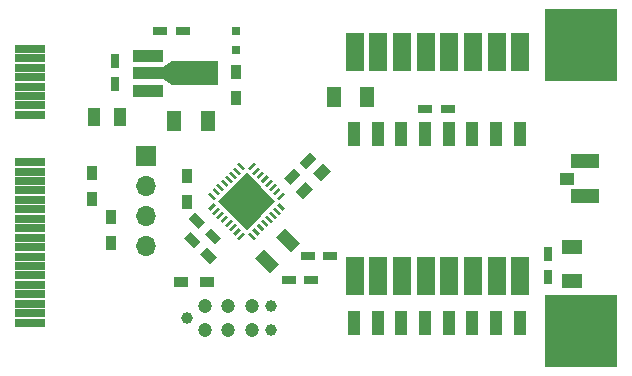
<source format=gts>
G04 #@! TF.FileFunction,Soldermask,Top*
%FSLAX46Y46*%
G04 Gerber Fmt 4.6, Leading zero omitted, Abs format (unit mm)*
G04 Created by KiCad (PCBNEW 4.0.4-stable) date 01/24/17 10:41:02*
%MOMM*%
%LPD*%
G01*
G04 APERTURE LIST*
%ADD10C,0.150000*%
%ADD11R,0.750000X1.200000*%
%ADD12R,1.651000X1.143000*%
%ADD13R,0.900000X1.200000*%
%ADD14R,1.200000X0.750000*%
%ADD15R,1.700000X1.700000*%
%ADD16O,1.700000X1.700000*%
%ADD17R,2.501900X1.000760*%
%ADD18R,4.000500X1.998980*%
%ADD19R,1.143000X1.651000*%
%ADD20R,0.800000X0.800000*%
%ADD21R,1.000000X1.500000*%
%ADD22R,1.200000X0.900000*%
%ADD23C,1.200000*%
%ADD24C,1.000000*%
%ADD25R,1.000000X2.000000*%
%ADD26R,1.500000X3.200000*%
%ADD27R,2.340000X1.190000*%
%ADD28R,1.190000X1.140000*%
%ADD29R,6.104800X6.104800*%
%ADD30R,2.500000X0.800000*%
G04 APERTURE END LIST*
D10*
G36*
X141599883Y-79378721D02*
X142236279Y-80015117D01*
X141387751Y-80863645D01*
X140751355Y-80227249D01*
X141599883Y-79378721D01*
X141599883Y-79378721D01*
G37*
G36*
X140044249Y-80934355D02*
X140680645Y-81570751D01*
X139832117Y-82419279D01*
X139195721Y-81782883D01*
X140044249Y-80934355D01*
X140044249Y-80934355D01*
G37*
D11*
X160655000Y-88961000D03*
X160655000Y-87061000D03*
D12*
X162623500Y-89311480D03*
X162623500Y-86456520D03*
D13*
X130073400Y-80484800D03*
X130073400Y-82684800D03*
X134175500Y-71607500D03*
X134175500Y-73807500D03*
X121983500Y-80180000D03*
X121983500Y-82380000D03*
X123634500Y-83926500D03*
X123634500Y-86126500D03*
D10*
G36*
X140467350Y-78458320D02*
X140997680Y-78988650D01*
X140149152Y-79837178D01*
X139618822Y-79306848D01*
X140467350Y-78458320D01*
X140467350Y-78458320D01*
G37*
G36*
X139123848Y-79801822D02*
X139654178Y-80332152D01*
X138805650Y-81180680D01*
X138275320Y-80650350D01*
X139123848Y-79801822D01*
X139123848Y-79801822D01*
G37*
G36*
X129829820Y-85681550D02*
X130360150Y-85151220D01*
X131208678Y-85999748D01*
X130678348Y-86530078D01*
X129829820Y-85681550D01*
X129829820Y-85681550D01*
G37*
G36*
X131173322Y-87025052D02*
X131703652Y-86494722D01*
X132552180Y-87343250D01*
X132021850Y-87873580D01*
X131173322Y-87025052D01*
X131173322Y-87025052D01*
G37*
G36*
X132933180Y-85717650D02*
X132402850Y-86247980D01*
X131554322Y-85399452D01*
X132084652Y-84869122D01*
X132933180Y-85717650D01*
X132933180Y-85717650D01*
G37*
G36*
X131589678Y-84374148D02*
X131059348Y-84904478D01*
X130210820Y-84055950D01*
X130741150Y-83525620D01*
X131589678Y-84374148D01*
X131589678Y-84374148D01*
G37*
D14*
X129677200Y-68173600D03*
X127777200Y-68173600D03*
D11*
X123926600Y-72654200D03*
X123926600Y-70754200D03*
D15*
X126619000Y-78740000D03*
D16*
X126619000Y-81280000D03*
X126619000Y-83820000D03*
X126619000Y-86360000D03*
D17*
X126781560Y-70253860D03*
X126781560Y-71755000D03*
X126781560Y-73256140D03*
D18*
X130733800Y-71755000D03*
D10*
G36*
X128758950Y-72755760D02*
X128009650Y-72255380D01*
X128009650Y-71254620D01*
X128758950Y-70754240D01*
X128758950Y-72755760D01*
X128758950Y-72755760D01*
G37*
D14*
X150243500Y-74803000D03*
X152143500Y-74803000D03*
D19*
X145318480Y-73723500D03*
X142463520Y-73723500D03*
X128976120Y-75793600D03*
X131831080Y-75793600D03*
D14*
X140299400Y-87223600D03*
X142199400Y-87223600D03*
X138648400Y-89230200D03*
X140548400Y-89230200D03*
D20*
X134175500Y-69761000D03*
X134175500Y-68161000D03*
D21*
X124417000Y-75488800D03*
X122217000Y-75488800D03*
D22*
X129557600Y-89408000D03*
X131757600Y-89408000D03*
D10*
G36*
X138345622Y-84882342D02*
X139602858Y-86139578D01*
X138884438Y-86857998D01*
X137627202Y-85600762D01*
X138345622Y-84882342D01*
X138345622Y-84882342D01*
G37*
G36*
X136551366Y-86676598D02*
X137808602Y-87933834D01*
X137090182Y-88652254D01*
X135832946Y-87395018D01*
X136551366Y-86676598D01*
X136551366Y-86676598D01*
G37*
D23*
X131540500Y-91456000D03*
D24*
X130040500Y-92456000D03*
X137140500Y-91456000D03*
X137140500Y-93456000D03*
D23*
X131540500Y-93456000D03*
X133540500Y-93456000D03*
X133540500Y-91456000D03*
X135540500Y-91456000D03*
X135540500Y-93456000D03*
D25*
X144208500Y-92900500D03*
X146208500Y-92900500D03*
X148208500Y-92900500D03*
X150208500Y-92900500D03*
X152208500Y-92900500D03*
X154208500Y-92900500D03*
X156208500Y-92900500D03*
X158208500Y-92900500D03*
X158208500Y-76900500D03*
X156208500Y-76900500D03*
X154208500Y-76900500D03*
X152208500Y-76900500D03*
X150208500Y-76900500D03*
X148208500Y-76900500D03*
X146208500Y-76900500D03*
X144208500Y-76900500D03*
D26*
X144257000Y-88938500D03*
X146257000Y-88938500D03*
X148257000Y-88938500D03*
X150257000Y-88938500D03*
X152257000Y-88938500D03*
X154257000Y-88938500D03*
X156257000Y-88938500D03*
X158257000Y-88938500D03*
X158257000Y-69938500D03*
X156257000Y-69938500D03*
X154257000Y-69938500D03*
X152257000Y-69938500D03*
X150257000Y-69938500D03*
X148257000Y-69938500D03*
X146257000Y-69938500D03*
X144257000Y-69938500D03*
D27*
X163779200Y-79220800D03*
X163779200Y-82170800D03*
D28*
X162254200Y-80695800D03*
D29*
X163394000Y-69372000D03*
X163394000Y-93572000D03*
D30*
X116744000Y-69672000D03*
X116744000Y-70472000D03*
X116744000Y-71272000D03*
X116744000Y-72072000D03*
X116744000Y-72872000D03*
X116744000Y-73672000D03*
X116744000Y-74472000D03*
X116744000Y-75272000D03*
X116744000Y-79272000D03*
X116744000Y-80072000D03*
X116744000Y-80872000D03*
X116744000Y-81672000D03*
X116744000Y-82472000D03*
X116744000Y-83272000D03*
X116744000Y-84072000D03*
X116744000Y-84872000D03*
X116744000Y-85672000D03*
X116744000Y-86472000D03*
X116744000Y-87272000D03*
X116744000Y-88072000D03*
X116744000Y-88872000D03*
X116744000Y-89672000D03*
X116744000Y-90472000D03*
X116744000Y-91272000D03*
X116744000Y-92072000D03*
X116744000Y-92872000D03*
D10*
G36*
X135898095Y-85668992D02*
X135721318Y-85845769D01*
X135226343Y-85350794D01*
X135403120Y-85174017D01*
X135898095Y-85668992D01*
X135898095Y-85668992D01*
G37*
G36*
X136251649Y-85315439D02*
X136074872Y-85492216D01*
X135579897Y-84997241D01*
X135756674Y-84820464D01*
X136251649Y-85315439D01*
X136251649Y-85315439D01*
G37*
G36*
X136605202Y-84961885D02*
X136428425Y-85138662D01*
X135933450Y-84643687D01*
X136110227Y-84466910D01*
X136605202Y-84961885D01*
X136605202Y-84961885D01*
G37*
G36*
X136958756Y-84608332D02*
X136781979Y-84785109D01*
X136287004Y-84290134D01*
X136463781Y-84113357D01*
X136958756Y-84608332D01*
X136958756Y-84608332D01*
G37*
G36*
X137312309Y-84254779D02*
X137135532Y-84431556D01*
X136640557Y-83936581D01*
X136817334Y-83759804D01*
X137312309Y-84254779D01*
X137312309Y-84254779D01*
G37*
G36*
X137665862Y-83901225D02*
X137489085Y-84078002D01*
X136994110Y-83583027D01*
X137170887Y-83406250D01*
X137665862Y-83901225D01*
X137665862Y-83901225D01*
G37*
G36*
X138019416Y-83547672D02*
X137842639Y-83724449D01*
X137347664Y-83229474D01*
X137524441Y-83052697D01*
X138019416Y-83547672D01*
X138019416Y-83547672D01*
G37*
G36*
X138372969Y-83194118D02*
X138196192Y-83370895D01*
X137701217Y-82875920D01*
X137877994Y-82699143D01*
X138372969Y-83194118D01*
X138372969Y-83194118D01*
G37*
G36*
X138196192Y-81779905D02*
X138372969Y-81956682D01*
X137877994Y-82451657D01*
X137701217Y-82274880D01*
X138196192Y-81779905D01*
X138196192Y-81779905D01*
G37*
G36*
X137842639Y-81426351D02*
X138019416Y-81603128D01*
X137524441Y-82098103D01*
X137347664Y-81921326D01*
X137842639Y-81426351D01*
X137842639Y-81426351D01*
G37*
G36*
X137489085Y-81072798D02*
X137665862Y-81249575D01*
X137170887Y-81744550D01*
X136994110Y-81567773D01*
X137489085Y-81072798D01*
X137489085Y-81072798D01*
G37*
G36*
X137135532Y-80719244D02*
X137312309Y-80896021D01*
X136817334Y-81390996D01*
X136640557Y-81214219D01*
X137135532Y-80719244D01*
X137135532Y-80719244D01*
G37*
G36*
X136781979Y-80365691D02*
X136958756Y-80542468D01*
X136463781Y-81037443D01*
X136287004Y-80860666D01*
X136781979Y-80365691D01*
X136781979Y-80365691D01*
G37*
G36*
X136428425Y-80012138D02*
X136605202Y-80188915D01*
X136110227Y-80683890D01*
X135933450Y-80507113D01*
X136428425Y-80012138D01*
X136428425Y-80012138D01*
G37*
G36*
X136074872Y-79658584D02*
X136251649Y-79835361D01*
X135756674Y-80330336D01*
X135579897Y-80153559D01*
X136074872Y-79658584D01*
X136074872Y-79658584D01*
G37*
G36*
X135721318Y-79305031D02*
X135898095Y-79481808D01*
X135403120Y-79976783D01*
X135226343Y-79800006D01*
X135721318Y-79305031D01*
X135721318Y-79305031D01*
G37*
G36*
X134978857Y-79800006D02*
X134802080Y-79976783D01*
X134307105Y-79481808D01*
X134483882Y-79305031D01*
X134978857Y-79800006D01*
X134978857Y-79800006D01*
G37*
G36*
X134625303Y-80153559D02*
X134448526Y-80330336D01*
X133953551Y-79835361D01*
X134130328Y-79658584D01*
X134625303Y-80153559D01*
X134625303Y-80153559D01*
G37*
G36*
X134271750Y-80507113D02*
X134094973Y-80683890D01*
X133599998Y-80188915D01*
X133776775Y-80012138D01*
X134271750Y-80507113D01*
X134271750Y-80507113D01*
G37*
G36*
X133918196Y-80860666D02*
X133741419Y-81037443D01*
X133246444Y-80542468D01*
X133423221Y-80365691D01*
X133918196Y-80860666D01*
X133918196Y-80860666D01*
G37*
G36*
X133564643Y-81214219D02*
X133387866Y-81390996D01*
X132892891Y-80896021D01*
X133069668Y-80719244D01*
X133564643Y-81214219D01*
X133564643Y-81214219D01*
G37*
G36*
X133211090Y-81567773D02*
X133034313Y-81744550D01*
X132539338Y-81249575D01*
X132716115Y-81072798D01*
X133211090Y-81567773D01*
X133211090Y-81567773D01*
G37*
G36*
X132857536Y-81921326D02*
X132680759Y-82098103D01*
X132185784Y-81603128D01*
X132362561Y-81426351D01*
X132857536Y-81921326D01*
X132857536Y-81921326D01*
G37*
G36*
X132503983Y-82274880D02*
X132327206Y-82451657D01*
X131832231Y-81956682D01*
X132009008Y-81779905D01*
X132503983Y-82274880D01*
X132503983Y-82274880D01*
G37*
G36*
X132327206Y-82699143D02*
X132503983Y-82875920D01*
X132009008Y-83370895D01*
X131832231Y-83194118D01*
X132327206Y-82699143D01*
X132327206Y-82699143D01*
G37*
G36*
X132680759Y-83052697D02*
X132857536Y-83229474D01*
X132362561Y-83724449D01*
X132185784Y-83547672D01*
X132680759Y-83052697D01*
X132680759Y-83052697D01*
G37*
G36*
X133034313Y-83406250D02*
X133211090Y-83583027D01*
X132716115Y-84078002D01*
X132539338Y-83901225D01*
X133034313Y-83406250D01*
X133034313Y-83406250D01*
G37*
G36*
X133387866Y-83759804D02*
X133564643Y-83936581D01*
X133069668Y-84431556D01*
X132892891Y-84254779D01*
X133387866Y-83759804D01*
X133387866Y-83759804D01*
G37*
G36*
X133741419Y-84113357D02*
X133918196Y-84290134D01*
X133423221Y-84785109D01*
X133246444Y-84608332D01*
X133741419Y-84113357D01*
X133741419Y-84113357D01*
G37*
G36*
X134094973Y-84466910D02*
X134271750Y-84643687D01*
X133776775Y-85138662D01*
X133599998Y-84961885D01*
X134094973Y-84466910D01*
X134094973Y-84466910D01*
G37*
G36*
X134448526Y-84820464D02*
X134625303Y-84997241D01*
X134130328Y-85492216D01*
X133953551Y-85315439D01*
X134448526Y-84820464D01*
X134448526Y-84820464D01*
G37*
G36*
X134802080Y-85174017D02*
X134978857Y-85350794D01*
X134483882Y-85845769D01*
X134307105Y-85668992D01*
X134802080Y-85174017D01*
X134802080Y-85174017D01*
G37*
G36*
X136322359Y-81355641D02*
X135102600Y-82575400D01*
X133882841Y-81355641D01*
X135102600Y-80135882D01*
X136322359Y-81355641D01*
X136322359Y-81355641D01*
G37*
G36*
X135102600Y-82575400D02*
X133882841Y-83795159D01*
X132663082Y-82575400D01*
X133882841Y-81355641D01*
X135102600Y-82575400D01*
X135102600Y-82575400D01*
G37*
G36*
X137542118Y-82575400D02*
X136322359Y-83795159D01*
X135102600Y-82575400D01*
X136322359Y-81355641D01*
X137542118Y-82575400D01*
X137542118Y-82575400D01*
G37*
G36*
X136322359Y-83795159D02*
X135102600Y-85014918D01*
X133882841Y-83795159D01*
X135102600Y-82575400D01*
X136322359Y-83795159D01*
X136322359Y-83795159D01*
G37*
M02*

</source>
